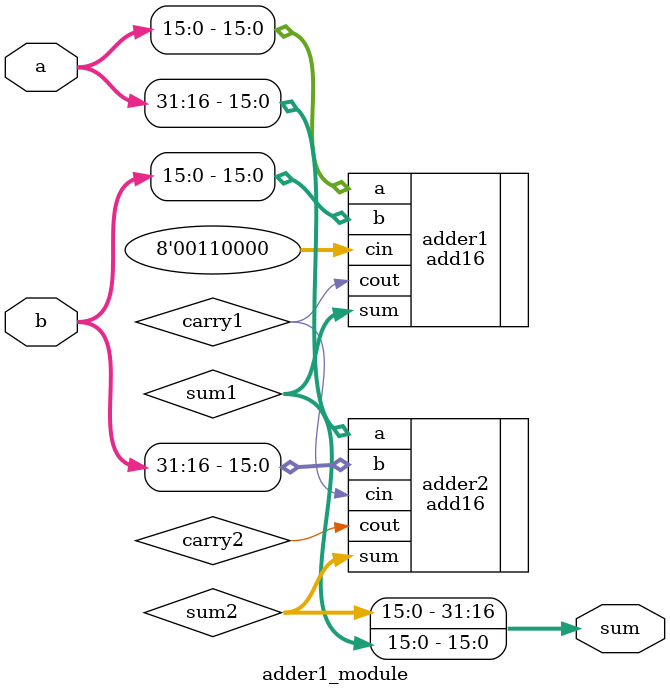
<source format=v>
module adder1_module(
   input [31:0] a,
   input [31:0] b,
   output [31:0] sum
);
   wire[15:0] sum1, sum2;
   wire carry1, carry2;
	
	// We are given module add16
	// module add16 ( input[15:0] a, input[15:0] b, input cin, output[15:0] sum, output cout );
   add16 adder1 ( .a(a[15:0]), .b(b[15:0]), .cin("0"), .sum(sum1), .cout(carry1) );
   add16 adder2 ( .a(a[31:16]), .b(b[31:16]), .cin(carry1), .sum(sum2), .cout(carry2) );
    
   assign sum = {sum2, sum1};
endmodule 
</source>
